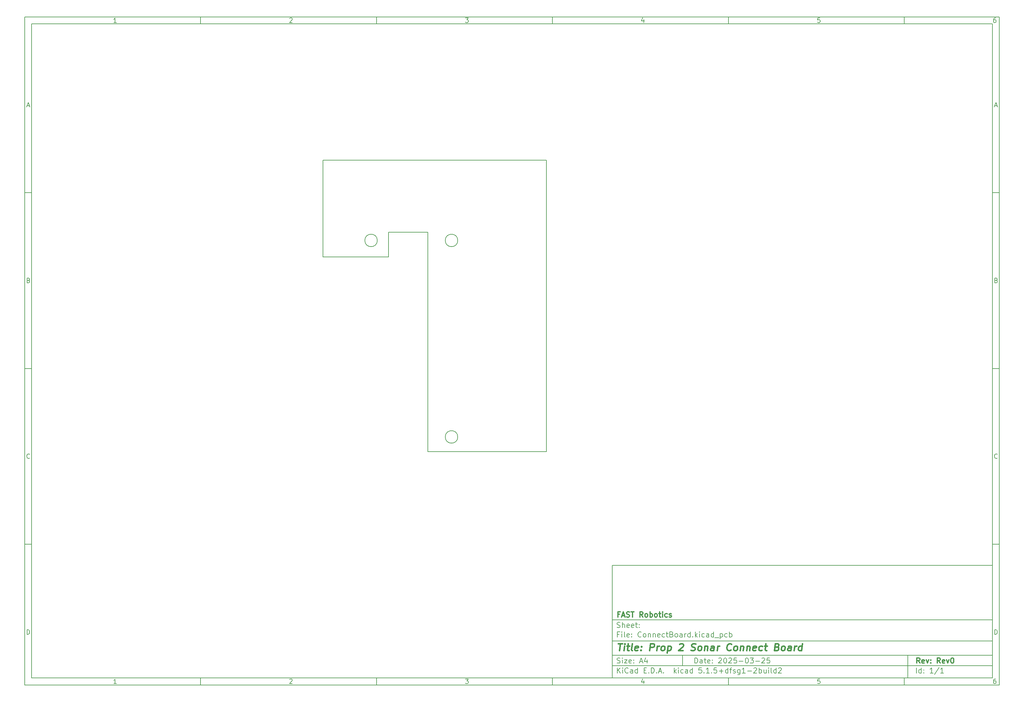
<source format=gbr>
G04 #@! TF.GenerationSoftware,KiCad,Pcbnew,5.1.5+dfsg1-2build2*
G04 #@! TF.CreationDate,2025-03-25T17:45:28-05:00*
G04 #@! TF.ProjectId,ConnectBoard,436f6e6e-6563-4744-926f-6172642e6b69,Rev0*
G04 #@! TF.SameCoordinates,Original*
G04 #@! TF.FileFunction,Profile,NP*
%FSLAX46Y46*%
G04 Gerber Fmt 4.6, Leading zero omitted, Abs format (unit mm)*
G04 Created by KiCad (PCBNEW 5.1.5+dfsg1-2build2) date 2025-03-25 17:45:28*
%MOMM*%
%LPD*%
G04 APERTURE LIST*
%ADD10C,0.100000*%
%ADD11C,0.150000*%
%ADD12C,0.300000*%
%ADD13C,0.400000*%
%ADD14C,0.200000*%
G04 APERTURE END LIST*
D10*
D11*
X177002200Y-166007200D02*
X177002200Y-198007200D01*
X285002200Y-198007200D01*
X285002200Y-166007200D01*
X177002200Y-166007200D01*
D10*
D11*
X10000000Y-10000000D02*
X10000000Y-200007200D01*
X287002200Y-200007200D01*
X287002200Y-10000000D01*
X10000000Y-10000000D01*
D10*
D11*
X12000000Y-12000000D02*
X12000000Y-198007200D01*
X285002200Y-198007200D01*
X285002200Y-12000000D01*
X12000000Y-12000000D01*
D10*
D11*
X60000000Y-12000000D02*
X60000000Y-10000000D01*
D10*
D11*
X110000000Y-12000000D02*
X110000000Y-10000000D01*
D10*
D11*
X160000000Y-12000000D02*
X160000000Y-10000000D01*
D10*
D11*
X210000000Y-12000000D02*
X210000000Y-10000000D01*
D10*
D11*
X260000000Y-12000000D02*
X260000000Y-10000000D01*
D10*
D11*
X36065476Y-11588095D02*
X35322619Y-11588095D01*
X35694047Y-11588095D02*
X35694047Y-10288095D01*
X35570238Y-10473809D01*
X35446428Y-10597619D01*
X35322619Y-10659523D01*
D10*
D11*
X85322619Y-10411904D02*
X85384523Y-10350000D01*
X85508333Y-10288095D01*
X85817857Y-10288095D01*
X85941666Y-10350000D01*
X86003571Y-10411904D01*
X86065476Y-10535714D01*
X86065476Y-10659523D01*
X86003571Y-10845238D01*
X85260714Y-11588095D01*
X86065476Y-11588095D01*
D10*
D11*
X135260714Y-10288095D02*
X136065476Y-10288095D01*
X135632142Y-10783333D01*
X135817857Y-10783333D01*
X135941666Y-10845238D01*
X136003571Y-10907142D01*
X136065476Y-11030952D01*
X136065476Y-11340476D01*
X136003571Y-11464285D01*
X135941666Y-11526190D01*
X135817857Y-11588095D01*
X135446428Y-11588095D01*
X135322619Y-11526190D01*
X135260714Y-11464285D01*
D10*
D11*
X185941666Y-10721428D02*
X185941666Y-11588095D01*
X185632142Y-10226190D02*
X185322619Y-11154761D01*
X186127380Y-11154761D01*
D10*
D11*
X236003571Y-10288095D02*
X235384523Y-10288095D01*
X235322619Y-10907142D01*
X235384523Y-10845238D01*
X235508333Y-10783333D01*
X235817857Y-10783333D01*
X235941666Y-10845238D01*
X236003571Y-10907142D01*
X236065476Y-11030952D01*
X236065476Y-11340476D01*
X236003571Y-11464285D01*
X235941666Y-11526190D01*
X235817857Y-11588095D01*
X235508333Y-11588095D01*
X235384523Y-11526190D01*
X235322619Y-11464285D01*
D10*
D11*
X285941666Y-10288095D02*
X285694047Y-10288095D01*
X285570238Y-10350000D01*
X285508333Y-10411904D01*
X285384523Y-10597619D01*
X285322619Y-10845238D01*
X285322619Y-11340476D01*
X285384523Y-11464285D01*
X285446428Y-11526190D01*
X285570238Y-11588095D01*
X285817857Y-11588095D01*
X285941666Y-11526190D01*
X286003571Y-11464285D01*
X286065476Y-11340476D01*
X286065476Y-11030952D01*
X286003571Y-10907142D01*
X285941666Y-10845238D01*
X285817857Y-10783333D01*
X285570238Y-10783333D01*
X285446428Y-10845238D01*
X285384523Y-10907142D01*
X285322619Y-11030952D01*
D10*
D11*
X60000000Y-198007200D02*
X60000000Y-200007200D01*
D10*
D11*
X110000000Y-198007200D02*
X110000000Y-200007200D01*
D10*
D11*
X160000000Y-198007200D02*
X160000000Y-200007200D01*
D10*
D11*
X210000000Y-198007200D02*
X210000000Y-200007200D01*
D10*
D11*
X260000000Y-198007200D02*
X260000000Y-200007200D01*
D10*
D11*
X36065476Y-199595295D02*
X35322619Y-199595295D01*
X35694047Y-199595295D02*
X35694047Y-198295295D01*
X35570238Y-198481009D01*
X35446428Y-198604819D01*
X35322619Y-198666723D01*
D10*
D11*
X85322619Y-198419104D02*
X85384523Y-198357200D01*
X85508333Y-198295295D01*
X85817857Y-198295295D01*
X85941666Y-198357200D01*
X86003571Y-198419104D01*
X86065476Y-198542914D01*
X86065476Y-198666723D01*
X86003571Y-198852438D01*
X85260714Y-199595295D01*
X86065476Y-199595295D01*
D10*
D11*
X135260714Y-198295295D02*
X136065476Y-198295295D01*
X135632142Y-198790533D01*
X135817857Y-198790533D01*
X135941666Y-198852438D01*
X136003571Y-198914342D01*
X136065476Y-199038152D01*
X136065476Y-199347676D01*
X136003571Y-199471485D01*
X135941666Y-199533390D01*
X135817857Y-199595295D01*
X135446428Y-199595295D01*
X135322619Y-199533390D01*
X135260714Y-199471485D01*
D10*
D11*
X185941666Y-198728628D02*
X185941666Y-199595295D01*
X185632142Y-198233390D02*
X185322619Y-199161961D01*
X186127380Y-199161961D01*
D10*
D11*
X236003571Y-198295295D02*
X235384523Y-198295295D01*
X235322619Y-198914342D01*
X235384523Y-198852438D01*
X235508333Y-198790533D01*
X235817857Y-198790533D01*
X235941666Y-198852438D01*
X236003571Y-198914342D01*
X236065476Y-199038152D01*
X236065476Y-199347676D01*
X236003571Y-199471485D01*
X235941666Y-199533390D01*
X235817857Y-199595295D01*
X235508333Y-199595295D01*
X235384523Y-199533390D01*
X235322619Y-199471485D01*
D10*
D11*
X285941666Y-198295295D02*
X285694047Y-198295295D01*
X285570238Y-198357200D01*
X285508333Y-198419104D01*
X285384523Y-198604819D01*
X285322619Y-198852438D01*
X285322619Y-199347676D01*
X285384523Y-199471485D01*
X285446428Y-199533390D01*
X285570238Y-199595295D01*
X285817857Y-199595295D01*
X285941666Y-199533390D01*
X286003571Y-199471485D01*
X286065476Y-199347676D01*
X286065476Y-199038152D01*
X286003571Y-198914342D01*
X285941666Y-198852438D01*
X285817857Y-198790533D01*
X285570238Y-198790533D01*
X285446428Y-198852438D01*
X285384523Y-198914342D01*
X285322619Y-199038152D01*
D10*
D11*
X10000000Y-60000000D02*
X12000000Y-60000000D01*
D10*
D11*
X10000000Y-110000000D02*
X12000000Y-110000000D01*
D10*
D11*
X10000000Y-160000000D02*
X12000000Y-160000000D01*
D10*
D11*
X10690476Y-35216666D02*
X11309523Y-35216666D01*
X10566666Y-35588095D02*
X11000000Y-34288095D01*
X11433333Y-35588095D01*
D10*
D11*
X11092857Y-84907142D02*
X11278571Y-84969047D01*
X11340476Y-85030952D01*
X11402380Y-85154761D01*
X11402380Y-85340476D01*
X11340476Y-85464285D01*
X11278571Y-85526190D01*
X11154761Y-85588095D01*
X10659523Y-85588095D01*
X10659523Y-84288095D01*
X11092857Y-84288095D01*
X11216666Y-84350000D01*
X11278571Y-84411904D01*
X11340476Y-84535714D01*
X11340476Y-84659523D01*
X11278571Y-84783333D01*
X11216666Y-84845238D01*
X11092857Y-84907142D01*
X10659523Y-84907142D01*
D10*
D11*
X11402380Y-135464285D02*
X11340476Y-135526190D01*
X11154761Y-135588095D01*
X11030952Y-135588095D01*
X10845238Y-135526190D01*
X10721428Y-135402380D01*
X10659523Y-135278571D01*
X10597619Y-135030952D01*
X10597619Y-134845238D01*
X10659523Y-134597619D01*
X10721428Y-134473809D01*
X10845238Y-134350000D01*
X11030952Y-134288095D01*
X11154761Y-134288095D01*
X11340476Y-134350000D01*
X11402380Y-134411904D01*
D10*
D11*
X10659523Y-185588095D02*
X10659523Y-184288095D01*
X10969047Y-184288095D01*
X11154761Y-184350000D01*
X11278571Y-184473809D01*
X11340476Y-184597619D01*
X11402380Y-184845238D01*
X11402380Y-185030952D01*
X11340476Y-185278571D01*
X11278571Y-185402380D01*
X11154761Y-185526190D01*
X10969047Y-185588095D01*
X10659523Y-185588095D01*
D10*
D11*
X287002200Y-60000000D02*
X285002200Y-60000000D01*
D10*
D11*
X287002200Y-110000000D02*
X285002200Y-110000000D01*
D10*
D11*
X287002200Y-160000000D02*
X285002200Y-160000000D01*
D10*
D11*
X285692676Y-35216666D02*
X286311723Y-35216666D01*
X285568866Y-35588095D02*
X286002200Y-34288095D01*
X286435533Y-35588095D01*
D10*
D11*
X286095057Y-84907142D02*
X286280771Y-84969047D01*
X286342676Y-85030952D01*
X286404580Y-85154761D01*
X286404580Y-85340476D01*
X286342676Y-85464285D01*
X286280771Y-85526190D01*
X286156961Y-85588095D01*
X285661723Y-85588095D01*
X285661723Y-84288095D01*
X286095057Y-84288095D01*
X286218866Y-84350000D01*
X286280771Y-84411904D01*
X286342676Y-84535714D01*
X286342676Y-84659523D01*
X286280771Y-84783333D01*
X286218866Y-84845238D01*
X286095057Y-84907142D01*
X285661723Y-84907142D01*
D10*
D11*
X286404580Y-135464285D02*
X286342676Y-135526190D01*
X286156961Y-135588095D01*
X286033152Y-135588095D01*
X285847438Y-135526190D01*
X285723628Y-135402380D01*
X285661723Y-135278571D01*
X285599819Y-135030952D01*
X285599819Y-134845238D01*
X285661723Y-134597619D01*
X285723628Y-134473809D01*
X285847438Y-134350000D01*
X286033152Y-134288095D01*
X286156961Y-134288095D01*
X286342676Y-134350000D01*
X286404580Y-134411904D01*
D10*
D11*
X285661723Y-185588095D02*
X285661723Y-184288095D01*
X285971247Y-184288095D01*
X286156961Y-184350000D01*
X286280771Y-184473809D01*
X286342676Y-184597619D01*
X286404580Y-184845238D01*
X286404580Y-185030952D01*
X286342676Y-185278571D01*
X286280771Y-185402380D01*
X286156961Y-185526190D01*
X285971247Y-185588095D01*
X285661723Y-185588095D01*
D10*
D11*
X200434342Y-193785771D02*
X200434342Y-192285771D01*
X200791485Y-192285771D01*
X201005771Y-192357200D01*
X201148628Y-192500057D01*
X201220057Y-192642914D01*
X201291485Y-192928628D01*
X201291485Y-193142914D01*
X201220057Y-193428628D01*
X201148628Y-193571485D01*
X201005771Y-193714342D01*
X200791485Y-193785771D01*
X200434342Y-193785771D01*
X202577200Y-193785771D02*
X202577200Y-193000057D01*
X202505771Y-192857200D01*
X202362914Y-192785771D01*
X202077200Y-192785771D01*
X201934342Y-192857200D01*
X202577200Y-193714342D02*
X202434342Y-193785771D01*
X202077200Y-193785771D01*
X201934342Y-193714342D01*
X201862914Y-193571485D01*
X201862914Y-193428628D01*
X201934342Y-193285771D01*
X202077200Y-193214342D01*
X202434342Y-193214342D01*
X202577200Y-193142914D01*
X203077200Y-192785771D02*
X203648628Y-192785771D01*
X203291485Y-192285771D02*
X203291485Y-193571485D01*
X203362914Y-193714342D01*
X203505771Y-193785771D01*
X203648628Y-193785771D01*
X204720057Y-193714342D02*
X204577200Y-193785771D01*
X204291485Y-193785771D01*
X204148628Y-193714342D01*
X204077200Y-193571485D01*
X204077200Y-193000057D01*
X204148628Y-192857200D01*
X204291485Y-192785771D01*
X204577200Y-192785771D01*
X204720057Y-192857200D01*
X204791485Y-193000057D01*
X204791485Y-193142914D01*
X204077200Y-193285771D01*
X205434342Y-193642914D02*
X205505771Y-193714342D01*
X205434342Y-193785771D01*
X205362914Y-193714342D01*
X205434342Y-193642914D01*
X205434342Y-193785771D01*
X205434342Y-192857200D02*
X205505771Y-192928628D01*
X205434342Y-193000057D01*
X205362914Y-192928628D01*
X205434342Y-192857200D01*
X205434342Y-193000057D01*
X207220057Y-192428628D02*
X207291485Y-192357200D01*
X207434342Y-192285771D01*
X207791485Y-192285771D01*
X207934342Y-192357200D01*
X208005771Y-192428628D01*
X208077200Y-192571485D01*
X208077200Y-192714342D01*
X208005771Y-192928628D01*
X207148628Y-193785771D01*
X208077200Y-193785771D01*
X209005771Y-192285771D02*
X209148628Y-192285771D01*
X209291485Y-192357200D01*
X209362914Y-192428628D01*
X209434342Y-192571485D01*
X209505771Y-192857200D01*
X209505771Y-193214342D01*
X209434342Y-193500057D01*
X209362914Y-193642914D01*
X209291485Y-193714342D01*
X209148628Y-193785771D01*
X209005771Y-193785771D01*
X208862914Y-193714342D01*
X208791485Y-193642914D01*
X208720057Y-193500057D01*
X208648628Y-193214342D01*
X208648628Y-192857200D01*
X208720057Y-192571485D01*
X208791485Y-192428628D01*
X208862914Y-192357200D01*
X209005771Y-192285771D01*
X210077200Y-192428628D02*
X210148628Y-192357200D01*
X210291485Y-192285771D01*
X210648628Y-192285771D01*
X210791485Y-192357200D01*
X210862914Y-192428628D01*
X210934342Y-192571485D01*
X210934342Y-192714342D01*
X210862914Y-192928628D01*
X210005771Y-193785771D01*
X210934342Y-193785771D01*
X212291485Y-192285771D02*
X211577200Y-192285771D01*
X211505771Y-193000057D01*
X211577200Y-192928628D01*
X211720057Y-192857200D01*
X212077200Y-192857200D01*
X212220057Y-192928628D01*
X212291485Y-193000057D01*
X212362914Y-193142914D01*
X212362914Y-193500057D01*
X212291485Y-193642914D01*
X212220057Y-193714342D01*
X212077200Y-193785771D01*
X211720057Y-193785771D01*
X211577200Y-193714342D01*
X211505771Y-193642914D01*
X213005771Y-193214342D02*
X214148628Y-193214342D01*
X215148628Y-192285771D02*
X215291485Y-192285771D01*
X215434342Y-192357200D01*
X215505771Y-192428628D01*
X215577200Y-192571485D01*
X215648628Y-192857200D01*
X215648628Y-193214342D01*
X215577200Y-193500057D01*
X215505771Y-193642914D01*
X215434342Y-193714342D01*
X215291485Y-193785771D01*
X215148628Y-193785771D01*
X215005771Y-193714342D01*
X214934342Y-193642914D01*
X214862914Y-193500057D01*
X214791485Y-193214342D01*
X214791485Y-192857200D01*
X214862914Y-192571485D01*
X214934342Y-192428628D01*
X215005771Y-192357200D01*
X215148628Y-192285771D01*
X216148628Y-192285771D02*
X217077200Y-192285771D01*
X216577200Y-192857200D01*
X216791485Y-192857200D01*
X216934342Y-192928628D01*
X217005771Y-193000057D01*
X217077200Y-193142914D01*
X217077200Y-193500057D01*
X217005771Y-193642914D01*
X216934342Y-193714342D01*
X216791485Y-193785771D01*
X216362914Y-193785771D01*
X216220057Y-193714342D01*
X216148628Y-193642914D01*
X217720057Y-193214342D02*
X218862914Y-193214342D01*
X219505771Y-192428628D02*
X219577200Y-192357200D01*
X219720057Y-192285771D01*
X220077200Y-192285771D01*
X220220057Y-192357200D01*
X220291485Y-192428628D01*
X220362914Y-192571485D01*
X220362914Y-192714342D01*
X220291485Y-192928628D01*
X219434342Y-193785771D01*
X220362914Y-193785771D01*
X221720057Y-192285771D02*
X221005771Y-192285771D01*
X220934342Y-193000057D01*
X221005771Y-192928628D01*
X221148628Y-192857200D01*
X221505771Y-192857200D01*
X221648628Y-192928628D01*
X221720057Y-193000057D01*
X221791485Y-193142914D01*
X221791485Y-193500057D01*
X221720057Y-193642914D01*
X221648628Y-193714342D01*
X221505771Y-193785771D01*
X221148628Y-193785771D01*
X221005771Y-193714342D01*
X220934342Y-193642914D01*
D10*
D11*
X177002200Y-194507200D02*
X285002200Y-194507200D01*
D10*
D11*
X178434342Y-196585771D02*
X178434342Y-195085771D01*
X179291485Y-196585771D02*
X178648628Y-195728628D01*
X179291485Y-195085771D02*
X178434342Y-195942914D01*
X179934342Y-196585771D02*
X179934342Y-195585771D01*
X179934342Y-195085771D02*
X179862914Y-195157200D01*
X179934342Y-195228628D01*
X180005771Y-195157200D01*
X179934342Y-195085771D01*
X179934342Y-195228628D01*
X181505771Y-196442914D02*
X181434342Y-196514342D01*
X181220057Y-196585771D01*
X181077200Y-196585771D01*
X180862914Y-196514342D01*
X180720057Y-196371485D01*
X180648628Y-196228628D01*
X180577200Y-195942914D01*
X180577200Y-195728628D01*
X180648628Y-195442914D01*
X180720057Y-195300057D01*
X180862914Y-195157200D01*
X181077200Y-195085771D01*
X181220057Y-195085771D01*
X181434342Y-195157200D01*
X181505771Y-195228628D01*
X182791485Y-196585771D02*
X182791485Y-195800057D01*
X182720057Y-195657200D01*
X182577200Y-195585771D01*
X182291485Y-195585771D01*
X182148628Y-195657200D01*
X182791485Y-196514342D02*
X182648628Y-196585771D01*
X182291485Y-196585771D01*
X182148628Y-196514342D01*
X182077200Y-196371485D01*
X182077200Y-196228628D01*
X182148628Y-196085771D01*
X182291485Y-196014342D01*
X182648628Y-196014342D01*
X182791485Y-195942914D01*
X184148628Y-196585771D02*
X184148628Y-195085771D01*
X184148628Y-196514342D02*
X184005771Y-196585771D01*
X183720057Y-196585771D01*
X183577200Y-196514342D01*
X183505771Y-196442914D01*
X183434342Y-196300057D01*
X183434342Y-195871485D01*
X183505771Y-195728628D01*
X183577200Y-195657200D01*
X183720057Y-195585771D01*
X184005771Y-195585771D01*
X184148628Y-195657200D01*
X186005771Y-195800057D02*
X186505771Y-195800057D01*
X186720057Y-196585771D02*
X186005771Y-196585771D01*
X186005771Y-195085771D01*
X186720057Y-195085771D01*
X187362914Y-196442914D02*
X187434342Y-196514342D01*
X187362914Y-196585771D01*
X187291485Y-196514342D01*
X187362914Y-196442914D01*
X187362914Y-196585771D01*
X188077200Y-196585771D02*
X188077200Y-195085771D01*
X188434342Y-195085771D01*
X188648628Y-195157200D01*
X188791485Y-195300057D01*
X188862914Y-195442914D01*
X188934342Y-195728628D01*
X188934342Y-195942914D01*
X188862914Y-196228628D01*
X188791485Y-196371485D01*
X188648628Y-196514342D01*
X188434342Y-196585771D01*
X188077200Y-196585771D01*
X189577200Y-196442914D02*
X189648628Y-196514342D01*
X189577200Y-196585771D01*
X189505771Y-196514342D01*
X189577200Y-196442914D01*
X189577200Y-196585771D01*
X190220057Y-196157200D02*
X190934342Y-196157200D01*
X190077200Y-196585771D02*
X190577200Y-195085771D01*
X191077200Y-196585771D01*
X191577200Y-196442914D02*
X191648628Y-196514342D01*
X191577200Y-196585771D01*
X191505771Y-196514342D01*
X191577200Y-196442914D01*
X191577200Y-196585771D01*
X194577200Y-196585771D02*
X194577200Y-195085771D01*
X194720057Y-196014342D02*
X195148628Y-196585771D01*
X195148628Y-195585771D02*
X194577200Y-196157200D01*
X195791485Y-196585771D02*
X195791485Y-195585771D01*
X195791485Y-195085771D02*
X195720057Y-195157200D01*
X195791485Y-195228628D01*
X195862914Y-195157200D01*
X195791485Y-195085771D01*
X195791485Y-195228628D01*
X197148628Y-196514342D02*
X197005771Y-196585771D01*
X196720057Y-196585771D01*
X196577200Y-196514342D01*
X196505771Y-196442914D01*
X196434342Y-196300057D01*
X196434342Y-195871485D01*
X196505771Y-195728628D01*
X196577200Y-195657200D01*
X196720057Y-195585771D01*
X197005771Y-195585771D01*
X197148628Y-195657200D01*
X198434342Y-196585771D02*
X198434342Y-195800057D01*
X198362914Y-195657200D01*
X198220057Y-195585771D01*
X197934342Y-195585771D01*
X197791485Y-195657200D01*
X198434342Y-196514342D02*
X198291485Y-196585771D01*
X197934342Y-196585771D01*
X197791485Y-196514342D01*
X197720057Y-196371485D01*
X197720057Y-196228628D01*
X197791485Y-196085771D01*
X197934342Y-196014342D01*
X198291485Y-196014342D01*
X198434342Y-195942914D01*
X199791485Y-196585771D02*
X199791485Y-195085771D01*
X199791485Y-196514342D02*
X199648628Y-196585771D01*
X199362914Y-196585771D01*
X199220057Y-196514342D01*
X199148628Y-196442914D01*
X199077200Y-196300057D01*
X199077200Y-195871485D01*
X199148628Y-195728628D01*
X199220057Y-195657200D01*
X199362914Y-195585771D01*
X199648628Y-195585771D01*
X199791485Y-195657200D01*
X202362914Y-195085771D02*
X201648628Y-195085771D01*
X201577200Y-195800057D01*
X201648628Y-195728628D01*
X201791485Y-195657200D01*
X202148628Y-195657200D01*
X202291485Y-195728628D01*
X202362914Y-195800057D01*
X202434342Y-195942914D01*
X202434342Y-196300057D01*
X202362914Y-196442914D01*
X202291485Y-196514342D01*
X202148628Y-196585771D01*
X201791485Y-196585771D01*
X201648628Y-196514342D01*
X201577200Y-196442914D01*
X203077200Y-196442914D02*
X203148628Y-196514342D01*
X203077200Y-196585771D01*
X203005771Y-196514342D01*
X203077200Y-196442914D01*
X203077200Y-196585771D01*
X204577200Y-196585771D02*
X203720057Y-196585771D01*
X204148628Y-196585771D02*
X204148628Y-195085771D01*
X204005771Y-195300057D01*
X203862914Y-195442914D01*
X203720057Y-195514342D01*
X205220057Y-196442914D02*
X205291485Y-196514342D01*
X205220057Y-196585771D01*
X205148628Y-196514342D01*
X205220057Y-196442914D01*
X205220057Y-196585771D01*
X206648628Y-195085771D02*
X205934342Y-195085771D01*
X205862914Y-195800057D01*
X205934342Y-195728628D01*
X206077200Y-195657200D01*
X206434342Y-195657200D01*
X206577200Y-195728628D01*
X206648628Y-195800057D01*
X206720057Y-195942914D01*
X206720057Y-196300057D01*
X206648628Y-196442914D01*
X206577200Y-196514342D01*
X206434342Y-196585771D01*
X206077200Y-196585771D01*
X205934342Y-196514342D01*
X205862914Y-196442914D01*
X207362914Y-196014342D02*
X208505771Y-196014342D01*
X207934342Y-196585771D02*
X207934342Y-195442914D01*
X209862914Y-196585771D02*
X209862914Y-195085771D01*
X209862914Y-196514342D02*
X209720057Y-196585771D01*
X209434342Y-196585771D01*
X209291485Y-196514342D01*
X209220057Y-196442914D01*
X209148628Y-196300057D01*
X209148628Y-195871485D01*
X209220057Y-195728628D01*
X209291485Y-195657200D01*
X209434342Y-195585771D01*
X209720057Y-195585771D01*
X209862914Y-195657200D01*
X210362914Y-195585771D02*
X210934342Y-195585771D01*
X210577200Y-196585771D02*
X210577200Y-195300057D01*
X210648628Y-195157200D01*
X210791485Y-195085771D01*
X210934342Y-195085771D01*
X211362914Y-196514342D02*
X211505771Y-196585771D01*
X211791485Y-196585771D01*
X211934342Y-196514342D01*
X212005771Y-196371485D01*
X212005771Y-196300057D01*
X211934342Y-196157200D01*
X211791485Y-196085771D01*
X211577200Y-196085771D01*
X211434342Y-196014342D01*
X211362914Y-195871485D01*
X211362914Y-195800057D01*
X211434342Y-195657200D01*
X211577200Y-195585771D01*
X211791485Y-195585771D01*
X211934342Y-195657200D01*
X213291485Y-195585771D02*
X213291485Y-196800057D01*
X213220057Y-196942914D01*
X213148628Y-197014342D01*
X213005771Y-197085771D01*
X212791485Y-197085771D01*
X212648628Y-197014342D01*
X213291485Y-196514342D02*
X213148628Y-196585771D01*
X212862914Y-196585771D01*
X212720057Y-196514342D01*
X212648628Y-196442914D01*
X212577200Y-196300057D01*
X212577200Y-195871485D01*
X212648628Y-195728628D01*
X212720057Y-195657200D01*
X212862914Y-195585771D01*
X213148628Y-195585771D01*
X213291485Y-195657200D01*
X214791485Y-196585771D02*
X213934342Y-196585771D01*
X214362914Y-196585771D02*
X214362914Y-195085771D01*
X214220057Y-195300057D01*
X214077200Y-195442914D01*
X213934342Y-195514342D01*
X215434342Y-196014342D02*
X216577200Y-196014342D01*
X217220057Y-195228628D02*
X217291485Y-195157200D01*
X217434342Y-195085771D01*
X217791485Y-195085771D01*
X217934342Y-195157200D01*
X218005771Y-195228628D01*
X218077200Y-195371485D01*
X218077200Y-195514342D01*
X218005771Y-195728628D01*
X217148628Y-196585771D01*
X218077200Y-196585771D01*
X218720057Y-196585771D02*
X218720057Y-195085771D01*
X218720057Y-195657200D02*
X218862914Y-195585771D01*
X219148628Y-195585771D01*
X219291485Y-195657200D01*
X219362914Y-195728628D01*
X219434342Y-195871485D01*
X219434342Y-196300057D01*
X219362914Y-196442914D01*
X219291485Y-196514342D01*
X219148628Y-196585771D01*
X218862914Y-196585771D01*
X218720057Y-196514342D01*
X220720057Y-195585771D02*
X220720057Y-196585771D01*
X220077200Y-195585771D02*
X220077200Y-196371485D01*
X220148628Y-196514342D01*
X220291485Y-196585771D01*
X220505771Y-196585771D01*
X220648628Y-196514342D01*
X220720057Y-196442914D01*
X221434342Y-196585771D02*
X221434342Y-195585771D01*
X221434342Y-195085771D02*
X221362914Y-195157200D01*
X221434342Y-195228628D01*
X221505771Y-195157200D01*
X221434342Y-195085771D01*
X221434342Y-195228628D01*
X222362914Y-196585771D02*
X222220057Y-196514342D01*
X222148628Y-196371485D01*
X222148628Y-195085771D01*
X223577200Y-196585771D02*
X223577200Y-195085771D01*
X223577200Y-196514342D02*
X223434342Y-196585771D01*
X223148628Y-196585771D01*
X223005771Y-196514342D01*
X222934342Y-196442914D01*
X222862914Y-196300057D01*
X222862914Y-195871485D01*
X222934342Y-195728628D01*
X223005771Y-195657200D01*
X223148628Y-195585771D01*
X223434342Y-195585771D01*
X223577200Y-195657200D01*
X224220057Y-195228628D02*
X224291485Y-195157200D01*
X224434342Y-195085771D01*
X224791485Y-195085771D01*
X224934342Y-195157200D01*
X225005771Y-195228628D01*
X225077200Y-195371485D01*
X225077200Y-195514342D01*
X225005771Y-195728628D01*
X224148628Y-196585771D01*
X225077200Y-196585771D01*
D10*
D11*
X177002200Y-191507200D02*
X285002200Y-191507200D01*
D10*
D12*
X264411485Y-193785771D02*
X263911485Y-193071485D01*
X263554342Y-193785771D02*
X263554342Y-192285771D01*
X264125771Y-192285771D01*
X264268628Y-192357200D01*
X264340057Y-192428628D01*
X264411485Y-192571485D01*
X264411485Y-192785771D01*
X264340057Y-192928628D01*
X264268628Y-193000057D01*
X264125771Y-193071485D01*
X263554342Y-193071485D01*
X265625771Y-193714342D02*
X265482914Y-193785771D01*
X265197200Y-193785771D01*
X265054342Y-193714342D01*
X264982914Y-193571485D01*
X264982914Y-193000057D01*
X265054342Y-192857200D01*
X265197200Y-192785771D01*
X265482914Y-192785771D01*
X265625771Y-192857200D01*
X265697200Y-193000057D01*
X265697200Y-193142914D01*
X264982914Y-193285771D01*
X266197200Y-192785771D02*
X266554342Y-193785771D01*
X266911485Y-192785771D01*
X267482914Y-193642914D02*
X267554342Y-193714342D01*
X267482914Y-193785771D01*
X267411485Y-193714342D01*
X267482914Y-193642914D01*
X267482914Y-193785771D01*
X267482914Y-192857200D02*
X267554342Y-192928628D01*
X267482914Y-193000057D01*
X267411485Y-192928628D01*
X267482914Y-192857200D01*
X267482914Y-193000057D01*
X270197200Y-193785771D02*
X269697200Y-193071485D01*
X269340057Y-193785771D02*
X269340057Y-192285771D01*
X269911485Y-192285771D01*
X270054342Y-192357200D01*
X270125771Y-192428628D01*
X270197200Y-192571485D01*
X270197200Y-192785771D01*
X270125771Y-192928628D01*
X270054342Y-193000057D01*
X269911485Y-193071485D01*
X269340057Y-193071485D01*
X271411485Y-193714342D02*
X271268628Y-193785771D01*
X270982914Y-193785771D01*
X270840057Y-193714342D01*
X270768628Y-193571485D01*
X270768628Y-193000057D01*
X270840057Y-192857200D01*
X270982914Y-192785771D01*
X271268628Y-192785771D01*
X271411485Y-192857200D01*
X271482914Y-193000057D01*
X271482914Y-193142914D01*
X270768628Y-193285771D01*
X271982914Y-192785771D02*
X272340057Y-193785771D01*
X272697200Y-192785771D01*
X273554342Y-192285771D02*
X273697200Y-192285771D01*
X273840057Y-192357200D01*
X273911485Y-192428628D01*
X273982914Y-192571485D01*
X274054342Y-192857200D01*
X274054342Y-193214342D01*
X273982914Y-193500057D01*
X273911485Y-193642914D01*
X273840057Y-193714342D01*
X273697200Y-193785771D01*
X273554342Y-193785771D01*
X273411485Y-193714342D01*
X273340057Y-193642914D01*
X273268628Y-193500057D01*
X273197200Y-193214342D01*
X273197200Y-192857200D01*
X273268628Y-192571485D01*
X273340057Y-192428628D01*
X273411485Y-192357200D01*
X273554342Y-192285771D01*
D10*
D11*
X178362914Y-193714342D02*
X178577200Y-193785771D01*
X178934342Y-193785771D01*
X179077200Y-193714342D01*
X179148628Y-193642914D01*
X179220057Y-193500057D01*
X179220057Y-193357200D01*
X179148628Y-193214342D01*
X179077200Y-193142914D01*
X178934342Y-193071485D01*
X178648628Y-193000057D01*
X178505771Y-192928628D01*
X178434342Y-192857200D01*
X178362914Y-192714342D01*
X178362914Y-192571485D01*
X178434342Y-192428628D01*
X178505771Y-192357200D01*
X178648628Y-192285771D01*
X179005771Y-192285771D01*
X179220057Y-192357200D01*
X179862914Y-193785771D02*
X179862914Y-192785771D01*
X179862914Y-192285771D02*
X179791485Y-192357200D01*
X179862914Y-192428628D01*
X179934342Y-192357200D01*
X179862914Y-192285771D01*
X179862914Y-192428628D01*
X180434342Y-192785771D02*
X181220057Y-192785771D01*
X180434342Y-193785771D01*
X181220057Y-193785771D01*
X182362914Y-193714342D02*
X182220057Y-193785771D01*
X181934342Y-193785771D01*
X181791485Y-193714342D01*
X181720057Y-193571485D01*
X181720057Y-193000057D01*
X181791485Y-192857200D01*
X181934342Y-192785771D01*
X182220057Y-192785771D01*
X182362914Y-192857200D01*
X182434342Y-193000057D01*
X182434342Y-193142914D01*
X181720057Y-193285771D01*
X183077200Y-193642914D02*
X183148628Y-193714342D01*
X183077200Y-193785771D01*
X183005771Y-193714342D01*
X183077200Y-193642914D01*
X183077200Y-193785771D01*
X183077200Y-192857200D02*
X183148628Y-192928628D01*
X183077200Y-193000057D01*
X183005771Y-192928628D01*
X183077200Y-192857200D01*
X183077200Y-193000057D01*
X184862914Y-193357200D02*
X185577200Y-193357200D01*
X184720057Y-193785771D02*
X185220057Y-192285771D01*
X185720057Y-193785771D01*
X186862914Y-192785771D02*
X186862914Y-193785771D01*
X186505771Y-192214342D02*
X186148628Y-193285771D01*
X187077200Y-193285771D01*
D10*
D11*
X263434342Y-196585771D02*
X263434342Y-195085771D01*
X264791485Y-196585771D02*
X264791485Y-195085771D01*
X264791485Y-196514342D02*
X264648628Y-196585771D01*
X264362914Y-196585771D01*
X264220057Y-196514342D01*
X264148628Y-196442914D01*
X264077200Y-196300057D01*
X264077200Y-195871485D01*
X264148628Y-195728628D01*
X264220057Y-195657200D01*
X264362914Y-195585771D01*
X264648628Y-195585771D01*
X264791485Y-195657200D01*
X265505771Y-196442914D02*
X265577200Y-196514342D01*
X265505771Y-196585771D01*
X265434342Y-196514342D01*
X265505771Y-196442914D01*
X265505771Y-196585771D01*
X265505771Y-195657200D02*
X265577200Y-195728628D01*
X265505771Y-195800057D01*
X265434342Y-195728628D01*
X265505771Y-195657200D01*
X265505771Y-195800057D01*
X268148628Y-196585771D02*
X267291485Y-196585771D01*
X267720057Y-196585771D02*
X267720057Y-195085771D01*
X267577200Y-195300057D01*
X267434342Y-195442914D01*
X267291485Y-195514342D01*
X269862914Y-195014342D02*
X268577200Y-196942914D01*
X271148628Y-196585771D02*
X270291485Y-196585771D01*
X270720057Y-196585771D02*
X270720057Y-195085771D01*
X270577200Y-195300057D01*
X270434342Y-195442914D01*
X270291485Y-195514342D01*
D10*
D11*
X177002200Y-187507200D02*
X285002200Y-187507200D01*
D10*
D13*
X178714580Y-188211961D02*
X179857438Y-188211961D01*
X179036009Y-190211961D02*
X179286009Y-188211961D01*
X180274104Y-190211961D02*
X180440771Y-188878628D01*
X180524104Y-188211961D02*
X180416961Y-188307200D01*
X180500295Y-188402438D01*
X180607438Y-188307200D01*
X180524104Y-188211961D01*
X180500295Y-188402438D01*
X181107438Y-188878628D02*
X181869342Y-188878628D01*
X181476485Y-188211961D02*
X181262200Y-189926247D01*
X181333628Y-190116723D01*
X181512200Y-190211961D01*
X181702676Y-190211961D01*
X182655057Y-190211961D02*
X182476485Y-190116723D01*
X182405057Y-189926247D01*
X182619342Y-188211961D01*
X184190771Y-190116723D02*
X183988390Y-190211961D01*
X183607438Y-190211961D01*
X183428866Y-190116723D01*
X183357438Y-189926247D01*
X183452676Y-189164342D01*
X183571723Y-188973866D01*
X183774104Y-188878628D01*
X184155057Y-188878628D01*
X184333628Y-188973866D01*
X184405057Y-189164342D01*
X184381247Y-189354819D01*
X183405057Y-189545295D01*
X185155057Y-190021485D02*
X185238390Y-190116723D01*
X185131247Y-190211961D01*
X185047914Y-190116723D01*
X185155057Y-190021485D01*
X185131247Y-190211961D01*
X185286009Y-188973866D02*
X185369342Y-189069104D01*
X185262200Y-189164342D01*
X185178866Y-189069104D01*
X185286009Y-188973866D01*
X185262200Y-189164342D01*
X187607438Y-190211961D02*
X187857438Y-188211961D01*
X188619342Y-188211961D01*
X188797914Y-188307200D01*
X188881247Y-188402438D01*
X188952676Y-188592914D01*
X188916961Y-188878628D01*
X188797914Y-189069104D01*
X188690771Y-189164342D01*
X188488390Y-189259580D01*
X187726485Y-189259580D01*
X189607438Y-190211961D02*
X189774104Y-188878628D01*
X189726485Y-189259580D02*
X189845533Y-189069104D01*
X189952676Y-188973866D01*
X190155057Y-188878628D01*
X190345533Y-188878628D01*
X191131247Y-190211961D02*
X190952676Y-190116723D01*
X190869342Y-190021485D01*
X190797914Y-189831009D01*
X190869342Y-189259580D01*
X190988390Y-189069104D01*
X191095533Y-188973866D01*
X191297914Y-188878628D01*
X191583628Y-188878628D01*
X191762200Y-188973866D01*
X191845533Y-189069104D01*
X191916961Y-189259580D01*
X191845533Y-189831009D01*
X191726485Y-190021485D01*
X191619342Y-190116723D01*
X191416961Y-190211961D01*
X191131247Y-190211961D01*
X192821723Y-188878628D02*
X192571723Y-190878628D01*
X192809819Y-188973866D02*
X193012200Y-188878628D01*
X193393152Y-188878628D01*
X193571723Y-188973866D01*
X193655057Y-189069104D01*
X193726485Y-189259580D01*
X193655057Y-189831009D01*
X193536009Y-190021485D01*
X193428866Y-190116723D01*
X193226485Y-190211961D01*
X192845533Y-190211961D01*
X192666961Y-190116723D01*
X196119342Y-188402438D02*
X196226485Y-188307200D01*
X196428866Y-188211961D01*
X196905057Y-188211961D01*
X197083628Y-188307200D01*
X197166961Y-188402438D01*
X197238390Y-188592914D01*
X197214580Y-188783390D01*
X197083628Y-189069104D01*
X195797914Y-190211961D01*
X197036009Y-190211961D01*
X199333628Y-190116723D02*
X199607438Y-190211961D01*
X200083628Y-190211961D01*
X200286009Y-190116723D01*
X200393152Y-190021485D01*
X200512200Y-189831009D01*
X200536009Y-189640533D01*
X200464580Y-189450057D01*
X200381247Y-189354819D01*
X200202676Y-189259580D01*
X199833628Y-189164342D01*
X199655057Y-189069104D01*
X199571723Y-188973866D01*
X199500295Y-188783390D01*
X199524104Y-188592914D01*
X199643152Y-188402438D01*
X199750295Y-188307200D01*
X199952676Y-188211961D01*
X200428866Y-188211961D01*
X200702676Y-188307200D01*
X201607438Y-190211961D02*
X201428866Y-190116723D01*
X201345533Y-190021485D01*
X201274104Y-189831009D01*
X201345533Y-189259580D01*
X201464580Y-189069104D01*
X201571723Y-188973866D01*
X201774104Y-188878628D01*
X202059819Y-188878628D01*
X202238390Y-188973866D01*
X202321723Y-189069104D01*
X202393152Y-189259580D01*
X202321723Y-189831009D01*
X202202676Y-190021485D01*
X202095533Y-190116723D01*
X201893152Y-190211961D01*
X201607438Y-190211961D01*
X203297914Y-188878628D02*
X203131247Y-190211961D01*
X203274104Y-189069104D02*
X203381247Y-188973866D01*
X203583628Y-188878628D01*
X203869342Y-188878628D01*
X204047914Y-188973866D01*
X204119342Y-189164342D01*
X203988390Y-190211961D01*
X205797914Y-190211961D02*
X205928866Y-189164342D01*
X205857438Y-188973866D01*
X205678866Y-188878628D01*
X205297914Y-188878628D01*
X205095533Y-188973866D01*
X205809819Y-190116723D02*
X205607438Y-190211961D01*
X205131247Y-190211961D01*
X204952676Y-190116723D01*
X204881247Y-189926247D01*
X204905057Y-189735771D01*
X205024104Y-189545295D01*
X205226485Y-189450057D01*
X205702676Y-189450057D01*
X205905057Y-189354819D01*
X206750295Y-190211961D02*
X206916961Y-188878628D01*
X206869342Y-189259580D02*
X206988390Y-189069104D01*
X207095533Y-188973866D01*
X207297914Y-188878628D01*
X207488390Y-188878628D01*
X210678866Y-190021485D02*
X210571723Y-190116723D01*
X210274104Y-190211961D01*
X210083628Y-190211961D01*
X209809819Y-190116723D01*
X209643152Y-189926247D01*
X209571723Y-189735771D01*
X209524104Y-189354819D01*
X209559819Y-189069104D01*
X209702676Y-188688152D01*
X209821723Y-188497676D01*
X210036009Y-188307200D01*
X210333628Y-188211961D01*
X210524104Y-188211961D01*
X210797914Y-188307200D01*
X210881247Y-188402438D01*
X211797914Y-190211961D02*
X211619342Y-190116723D01*
X211536009Y-190021485D01*
X211464580Y-189831009D01*
X211536009Y-189259580D01*
X211655057Y-189069104D01*
X211762200Y-188973866D01*
X211964580Y-188878628D01*
X212250295Y-188878628D01*
X212428866Y-188973866D01*
X212512200Y-189069104D01*
X212583628Y-189259580D01*
X212512200Y-189831009D01*
X212393152Y-190021485D01*
X212286009Y-190116723D01*
X212083628Y-190211961D01*
X211797914Y-190211961D01*
X213488390Y-188878628D02*
X213321723Y-190211961D01*
X213464580Y-189069104D02*
X213571723Y-188973866D01*
X213774104Y-188878628D01*
X214059819Y-188878628D01*
X214238390Y-188973866D01*
X214309819Y-189164342D01*
X214178866Y-190211961D01*
X215297914Y-188878628D02*
X215131247Y-190211961D01*
X215274104Y-189069104D02*
X215381247Y-188973866D01*
X215583628Y-188878628D01*
X215869342Y-188878628D01*
X216047914Y-188973866D01*
X216119342Y-189164342D01*
X215988390Y-190211961D01*
X217714580Y-190116723D02*
X217512200Y-190211961D01*
X217131247Y-190211961D01*
X216952676Y-190116723D01*
X216881247Y-189926247D01*
X216976485Y-189164342D01*
X217095533Y-188973866D01*
X217297914Y-188878628D01*
X217678866Y-188878628D01*
X217857438Y-188973866D01*
X217928866Y-189164342D01*
X217905057Y-189354819D01*
X216928866Y-189545295D01*
X219524104Y-190116723D02*
X219321723Y-190211961D01*
X218940771Y-190211961D01*
X218762200Y-190116723D01*
X218678866Y-190021485D01*
X218607438Y-189831009D01*
X218678866Y-189259580D01*
X218797914Y-189069104D01*
X218905057Y-188973866D01*
X219107438Y-188878628D01*
X219488390Y-188878628D01*
X219666961Y-188973866D01*
X220250295Y-188878628D02*
X221012200Y-188878628D01*
X220619342Y-188211961D02*
X220405057Y-189926247D01*
X220476485Y-190116723D01*
X220655057Y-190211961D01*
X220845533Y-190211961D01*
X223833628Y-189164342D02*
X224107438Y-189259580D01*
X224190771Y-189354819D01*
X224262200Y-189545295D01*
X224226485Y-189831009D01*
X224107438Y-190021485D01*
X224000295Y-190116723D01*
X223797914Y-190211961D01*
X223036009Y-190211961D01*
X223286009Y-188211961D01*
X223952676Y-188211961D01*
X224131247Y-188307200D01*
X224214580Y-188402438D01*
X224286009Y-188592914D01*
X224262200Y-188783390D01*
X224143152Y-188973866D01*
X224036009Y-189069104D01*
X223833628Y-189164342D01*
X223166961Y-189164342D01*
X225321723Y-190211961D02*
X225143152Y-190116723D01*
X225059819Y-190021485D01*
X224988390Y-189831009D01*
X225059819Y-189259580D01*
X225178866Y-189069104D01*
X225286009Y-188973866D01*
X225488390Y-188878628D01*
X225774104Y-188878628D01*
X225952676Y-188973866D01*
X226036009Y-189069104D01*
X226107438Y-189259580D01*
X226036009Y-189831009D01*
X225916961Y-190021485D01*
X225809819Y-190116723D01*
X225607438Y-190211961D01*
X225321723Y-190211961D01*
X227702676Y-190211961D02*
X227833628Y-189164342D01*
X227762200Y-188973866D01*
X227583628Y-188878628D01*
X227202676Y-188878628D01*
X227000295Y-188973866D01*
X227714580Y-190116723D02*
X227512200Y-190211961D01*
X227036009Y-190211961D01*
X226857438Y-190116723D01*
X226786009Y-189926247D01*
X226809819Y-189735771D01*
X226928866Y-189545295D01*
X227131247Y-189450057D01*
X227607438Y-189450057D01*
X227809819Y-189354819D01*
X228655057Y-190211961D02*
X228821723Y-188878628D01*
X228774104Y-189259580D02*
X228893152Y-189069104D01*
X229000295Y-188973866D01*
X229202676Y-188878628D01*
X229393152Y-188878628D01*
X230750295Y-190211961D02*
X231000295Y-188211961D01*
X230762200Y-190116723D02*
X230559819Y-190211961D01*
X230178866Y-190211961D01*
X230000295Y-190116723D01*
X229916961Y-190021485D01*
X229845533Y-189831009D01*
X229916961Y-189259580D01*
X230036009Y-189069104D01*
X230143152Y-188973866D01*
X230345533Y-188878628D01*
X230726485Y-188878628D01*
X230905057Y-188973866D01*
D10*
D11*
X178934342Y-185600057D02*
X178434342Y-185600057D01*
X178434342Y-186385771D02*
X178434342Y-184885771D01*
X179148628Y-184885771D01*
X179720057Y-186385771D02*
X179720057Y-185385771D01*
X179720057Y-184885771D02*
X179648628Y-184957200D01*
X179720057Y-185028628D01*
X179791485Y-184957200D01*
X179720057Y-184885771D01*
X179720057Y-185028628D01*
X180648628Y-186385771D02*
X180505771Y-186314342D01*
X180434342Y-186171485D01*
X180434342Y-184885771D01*
X181791485Y-186314342D02*
X181648628Y-186385771D01*
X181362914Y-186385771D01*
X181220057Y-186314342D01*
X181148628Y-186171485D01*
X181148628Y-185600057D01*
X181220057Y-185457200D01*
X181362914Y-185385771D01*
X181648628Y-185385771D01*
X181791485Y-185457200D01*
X181862914Y-185600057D01*
X181862914Y-185742914D01*
X181148628Y-185885771D01*
X182505771Y-186242914D02*
X182577200Y-186314342D01*
X182505771Y-186385771D01*
X182434342Y-186314342D01*
X182505771Y-186242914D01*
X182505771Y-186385771D01*
X182505771Y-185457200D02*
X182577200Y-185528628D01*
X182505771Y-185600057D01*
X182434342Y-185528628D01*
X182505771Y-185457200D01*
X182505771Y-185600057D01*
X185220057Y-186242914D02*
X185148628Y-186314342D01*
X184934342Y-186385771D01*
X184791485Y-186385771D01*
X184577200Y-186314342D01*
X184434342Y-186171485D01*
X184362914Y-186028628D01*
X184291485Y-185742914D01*
X184291485Y-185528628D01*
X184362914Y-185242914D01*
X184434342Y-185100057D01*
X184577200Y-184957200D01*
X184791485Y-184885771D01*
X184934342Y-184885771D01*
X185148628Y-184957200D01*
X185220057Y-185028628D01*
X186077200Y-186385771D02*
X185934342Y-186314342D01*
X185862914Y-186242914D01*
X185791485Y-186100057D01*
X185791485Y-185671485D01*
X185862914Y-185528628D01*
X185934342Y-185457200D01*
X186077200Y-185385771D01*
X186291485Y-185385771D01*
X186434342Y-185457200D01*
X186505771Y-185528628D01*
X186577200Y-185671485D01*
X186577200Y-186100057D01*
X186505771Y-186242914D01*
X186434342Y-186314342D01*
X186291485Y-186385771D01*
X186077200Y-186385771D01*
X187220057Y-185385771D02*
X187220057Y-186385771D01*
X187220057Y-185528628D02*
X187291485Y-185457200D01*
X187434342Y-185385771D01*
X187648628Y-185385771D01*
X187791485Y-185457200D01*
X187862914Y-185600057D01*
X187862914Y-186385771D01*
X188577200Y-185385771D02*
X188577200Y-186385771D01*
X188577200Y-185528628D02*
X188648628Y-185457200D01*
X188791485Y-185385771D01*
X189005771Y-185385771D01*
X189148628Y-185457200D01*
X189220057Y-185600057D01*
X189220057Y-186385771D01*
X190505771Y-186314342D02*
X190362914Y-186385771D01*
X190077200Y-186385771D01*
X189934342Y-186314342D01*
X189862914Y-186171485D01*
X189862914Y-185600057D01*
X189934342Y-185457200D01*
X190077200Y-185385771D01*
X190362914Y-185385771D01*
X190505771Y-185457200D01*
X190577200Y-185600057D01*
X190577200Y-185742914D01*
X189862914Y-185885771D01*
X191862914Y-186314342D02*
X191720057Y-186385771D01*
X191434342Y-186385771D01*
X191291485Y-186314342D01*
X191220057Y-186242914D01*
X191148628Y-186100057D01*
X191148628Y-185671485D01*
X191220057Y-185528628D01*
X191291485Y-185457200D01*
X191434342Y-185385771D01*
X191720057Y-185385771D01*
X191862914Y-185457200D01*
X192291485Y-185385771D02*
X192862914Y-185385771D01*
X192505771Y-184885771D02*
X192505771Y-186171485D01*
X192577200Y-186314342D01*
X192720057Y-186385771D01*
X192862914Y-186385771D01*
X193862914Y-185600057D02*
X194077200Y-185671485D01*
X194148628Y-185742914D01*
X194220057Y-185885771D01*
X194220057Y-186100057D01*
X194148628Y-186242914D01*
X194077200Y-186314342D01*
X193934342Y-186385771D01*
X193362914Y-186385771D01*
X193362914Y-184885771D01*
X193862914Y-184885771D01*
X194005771Y-184957200D01*
X194077200Y-185028628D01*
X194148628Y-185171485D01*
X194148628Y-185314342D01*
X194077200Y-185457200D01*
X194005771Y-185528628D01*
X193862914Y-185600057D01*
X193362914Y-185600057D01*
X195077200Y-186385771D02*
X194934342Y-186314342D01*
X194862914Y-186242914D01*
X194791485Y-186100057D01*
X194791485Y-185671485D01*
X194862914Y-185528628D01*
X194934342Y-185457200D01*
X195077200Y-185385771D01*
X195291485Y-185385771D01*
X195434342Y-185457200D01*
X195505771Y-185528628D01*
X195577200Y-185671485D01*
X195577200Y-186100057D01*
X195505771Y-186242914D01*
X195434342Y-186314342D01*
X195291485Y-186385771D01*
X195077200Y-186385771D01*
X196862914Y-186385771D02*
X196862914Y-185600057D01*
X196791485Y-185457200D01*
X196648628Y-185385771D01*
X196362914Y-185385771D01*
X196220057Y-185457200D01*
X196862914Y-186314342D02*
X196720057Y-186385771D01*
X196362914Y-186385771D01*
X196220057Y-186314342D01*
X196148628Y-186171485D01*
X196148628Y-186028628D01*
X196220057Y-185885771D01*
X196362914Y-185814342D01*
X196720057Y-185814342D01*
X196862914Y-185742914D01*
X197577200Y-186385771D02*
X197577200Y-185385771D01*
X197577200Y-185671485D02*
X197648628Y-185528628D01*
X197720057Y-185457200D01*
X197862914Y-185385771D01*
X198005771Y-185385771D01*
X199148628Y-186385771D02*
X199148628Y-184885771D01*
X199148628Y-186314342D02*
X199005771Y-186385771D01*
X198720057Y-186385771D01*
X198577200Y-186314342D01*
X198505771Y-186242914D01*
X198434342Y-186100057D01*
X198434342Y-185671485D01*
X198505771Y-185528628D01*
X198577200Y-185457200D01*
X198720057Y-185385771D01*
X199005771Y-185385771D01*
X199148628Y-185457200D01*
X199862914Y-186242914D02*
X199934342Y-186314342D01*
X199862914Y-186385771D01*
X199791485Y-186314342D01*
X199862914Y-186242914D01*
X199862914Y-186385771D01*
X200577200Y-186385771D02*
X200577200Y-184885771D01*
X200720057Y-185814342D02*
X201148628Y-186385771D01*
X201148628Y-185385771D02*
X200577200Y-185957200D01*
X201791485Y-186385771D02*
X201791485Y-185385771D01*
X201791485Y-184885771D02*
X201720057Y-184957200D01*
X201791485Y-185028628D01*
X201862914Y-184957200D01*
X201791485Y-184885771D01*
X201791485Y-185028628D01*
X203148628Y-186314342D02*
X203005771Y-186385771D01*
X202720057Y-186385771D01*
X202577200Y-186314342D01*
X202505771Y-186242914D01*
X202434342Y-186100057D01*
X202434342Y-185671485D01*
X202505771Y-185528628D01*
X202577200Y-185457200D01*
X202720057Y-185385771D01*
X203005771Y-185385771D01*
X203148628Y-185457200D01*
X204434342Y-186385771D02*
X204434342Y-185600057D01*
X204362914Y-185457200D01*
X204220057Y-185385771D01*
X203934342Y-185385771D01*
X203791485Y-185457200D01*
X204434342Y-186314342D02*
X204291485Y-186385771D01*
X203934342Y-186385771D01*
X203791485Y-186314342D01*
X203720057Y-186171485D01*
X203720057Y-186028628D01*
X203791485Y-185885771D01*
X203934342Y-185814342D01*
X204291485Y-185814342D01*
X204434342Y-185742914D01*
X205791485Y-186385771D02*
X205791485Y-184885771D01*
X205791485Y-186314342D02*
X205648628Y-186385771D01*
X205362914Y-186385771D01*
X205220057Y-186314342D01*
X205148628Y-186242914D01*
X205077200Y-186100057D01*
X205077200Y-185671485D01*
X205148628Y-185528628D01*
X205220057Y-185457200D01*
X205362914Y-185385771D01*
X205648628Y-185385771D01*
X205791485Y-185457200D01*
X206148628Y-186528628D02*
X207291485Y-186528628D01*
X207648628Y-185385771D02*
X207648628Y-186885771D01*
X207648628Y-185457200D02*
X207791485Y-185385771D01*
X208077200Y-185385771D01*
X208220057Y-185457200D01*
X208291485Y-185528628D01*
X208362914Y-185671485D01*
X208362914Y-186100057D01*
X208291485Y-186242914D01*
X208220057Y-186314342D01*
X208077200Y-186385771D01*
X207791485Y-186385771D01*
X207648628Y-186314342D01*
X209648628Y-186314342D02*
X209505771Y-186385771D01*
X209220057Y-186385771D01*
X209077200Y-186314342D01*
X209005771Y-186242914D01*
X208934342Y-186100057D01*
X208934342Y-185671485D01*
X209005771Y-185528628D01*
X209077200Y-185457200D01*
X209220057Y-185385771D01*
X209505771Y-185385771D01*
X209648628Y-185457200D01*
X210291485Y-186385771D02*
X210291485Y-184885771D01*
X210291485Y-185457200D02*
X210434342Y-185385771D01*
X210720057Y-185385771D01*
X210862914Y-185457200D01*
X210934342Y-185528628D01*
X211005771Y-185671485D01*
X211005771Y-186100057D01*
X210934342Y-186242914D01*
X210862914Y-186314342D01*
X210720057Y-186385771D01*
X210434342Y-186385771D01*
X210291485Y-186314342D01*
D10*
D11*
X177002200Y-181507200D02*
X285002200Y-181507200D01*
D10*
D11*
X178362914Y-183614342D02*
X178577200Y-183685771D01*
X178934342Y-183685771D01*
X179077200Y-183614342D01*
X179148628Y-183542914D01*
X179220057Y-183400057D01*
X179220057Y-183257200D01*
X179148628Y-183114342D01*
X179077200Y-183042914D01*
X178934342Y-182971485D01*
X178648628Y-182900057D01*
X178505771Y-182828628D01*
X178434342Y-182757200D01*
X178362914Y-182614342D01*
X178362914Y-182471485D01*
X178434342Y-182328628D01*
X178505771Y-182257200D01*
X178648628Y-182185771D01*
X179005771Y-182185771D01*
X179220057Y-182257200D01*
X179862914Y-183685771D02*
X179862914Y-182185771D01*
X180505771Y-183685771D02*
X180505771Y-182900057D01*
X180434342Y-182757200D01*
X180291485Y-182685771D01*
X180077200Y-182685771D01*
X179934342Y-182757200D01*
X179862914Y-182828628D01*
X181791485Y-183614342D02*
X181648628Y-183685771D01*
X181362914Y-183685771D01*
X181220057Y-183614342D01*
X181148628Y-183471485D01*
X181148628Y-182900057D01*
X181220057Y-182757200D01*
X181362914Y-182685771D01*
X181648628Y-182685771D01*
X181791485Y-182757200D01*
X181862914Y-182900057D01*
X181862914Y-183042914D01*
X181148628Y-183185771D01*
X183077200Y-183614342D02*
X182934342Y-183685771D01*
X182648628Y-183685771D01*
X182505771Y-183614342D01*
X182434342Y-183471485D01*
X182434342Y-182900057D01*
X182505771Y-182757200D01*
X182648628Y-182685771D01*
X182934342Y-182685771D01*
X183077200Y-182757200D01*
X183148628Y-182900057D01*
X183148628Y-183042914D01*
X182434342Y-183185771D01*
X183577200Y-182685771D02*
X184148628Y-182685771D01*
X183791485Y-182185771D02*
X183791485Y-183471485D01*
X183862914Y-183614342D01*
X184005771Y-183685771D01*
X184148628Y-183685771D01*
X184648628Y-183542914D02*
X184720057Y-183614342D01*
X184648628Y-183685771D01*
X184577200Y-183614342D01*
X184648628Y-183542914D01*
X184648628Y-183685771D01*
X184648628Y-182757200D02*
X184720057Y-182828628D01*
X184648628Y-182900057D01*
X184577200Y-182828628D01*
X184648628Y-182757200D01*
X184648628Y-182900057D01*
D10*
D12*
X179054342Y-179900057D02*
X178554342Y-179900057D01*
X178554342Y-180685771D02*
X178554342Y-179185771D01*
X179268628Y-179185771D01*
X179768628Y-180257200D02*
X180482914Y-180257200D01*
X179625771Y-180685771D02*
X180125771Y-179185771D01*
X180625771Y-180685771D01*
X181054342Y-180614342D02*
X181268628Y-180685771D01*
X181625771Y-180685771D01*
X181768628Y-180614342D01*
X181840057Y-180542914D01*
X181911485Y-180400057D01*
X181911485Y-180257200D01*
X181840057Y-180114342D01*
X181768628Y-180042914D01*
X181625771Y-179971485D01*
X181340057Y-179900057D01*
X181197200Y-179828628D01*
X181125771Y-179757200D01*
X181054342Y-179614342D01*
X181054342Y-179471485D01*
X181125771Y-179328628D01*
X181197200Y-179257200D01*
X181340057Y-179185771D01*
X181697200Y-179185771D01*
X181911485Y-179257200D01*
X182340057Y-179185771D02*
X183197200Y-179185771D01*
X182768628Y-180685771D02*
X182768628Y-179185771D01*
X185697200Y-180685771D02*
X185197200Y-179971485D01*
X184840057Y-180685771D02*
X184840057Y-179185771D01*
X185411485Y-179185771D01*
X185554342Y-179257200D01*
X185625771Y-179328628D01*
X185697200Y-179471485D01*
X185697200Y-179685771D01*
X185625771Y-179828628D01*
X185554342Y-179900057D01*
X185411485Y-179971485D01*
X184840057Y-179971485D01*
X186554342Y-180685771D02*
X186411485Y-180614342D01*
X186340057Y-180542914D01*
X186268628Y-180400057D01*
X186268628Y-179971485D01*
X186340057Y-179828628D01*
X186411485Y-179757200D01*
X186554342Y-179685771D01*
X186768628Y-179685771D01*
X186911485Y-179757200D01*
X186982914Y-179828628D01*
X187054342Y-179971485D01*
X187054342Y-180400057D01*
X186982914Y-180542914D01*
X186911485Y-180614342D01*
X186768628Y-180685771D01*
X186554342Y-180685771D01*
X187697200Y-180685771D02*
X187697200Y-179185771D01*
X187697200Y-179757200D02*
X187840057Y-179685771D01*
X188125771Y-179685771D01*
X188268628Y-179757200D01*
X188340057Y-179828628D01*
X188411485Y-179971485D01*
X188411485Y-180400057D01*
X188340057Y-180542914D01*
X188268628Y-180614342D01*
X188125771Y-180685771D01*
X187840057Y-180685771D01*
X187697200Y-180614342D01*
X189268628Y-180685771D02*
X189125771Y-180614342D01*
X189054342Y-180542914D01*
X188982914Y-180400057D01*
X188982914Y-179971485D01*
X189054342Y-179828628D01*
X189125771Y-179757200D01*
X189268628Y-179685771D01*
X189482914Y-179685771D01*
X189625771Y-179757200D01*
X189697200Y-179828628D01*
X189768628Y-179971485D01*
X189768628Y-180400057D01*
X189697200Y-180542914D01*
X189625771Y-180614342D01*
X189482914Y-180685771D01*
X189268628Y-180685771D01*
X190197200Y-179685771D02*
X190768628Y-179685771D01*
X190411485Y-179185771D02*
X190411485Y-180471485D01*
X190482914Y-180614342D01*
X190625771Y-180685771D01*
X190768628Y-180685771D01*
X191268628Y-180685771D02*
X191268628Y-179685771D01*
X191268628Y-179185771D02*
X191197200Y-179257200D01*
X191268628Y-179328628D01*
X191340057Y-179257200D01*
X191268628Y-179185771D01*
X191268628Y-179328628D01*
X192625771Y-180614342D02*
X192482914Y-180685771D01*
X192197200Y-180685771D01*
X192054342Y-180614342D01*
X191982914Y-180542914D01*
X191911485Y-180400057D01*
X191911485Y-179971485D01*
X191982914Y-179828628D01*
X192054342Y-179757200D01*
X192197200Y-179685771D01*
X192482914Y-179685771D01*
X192625771Y-179757200D01*
X193197200Y-180614342D02*
X193340057Y-180685771D01*
X193625771Y-180685771D01*
X193768628Y-180614342D01*
X193840057Y-180471485D01*
X193840057Y-180400057D01*
X193768628Y-180257200D01*
X193625771Y-180185771D01*
X193411485Y-180185771D01*
X193268628Y-180114342D01*
X193197200Y-179971485D01*
X193197200Y-179900057D01*
X193268628Y-179757200D01*
X193411485Y-179685771D01*
X193625771Y-179685771D01*
X193768628Y-179757200D01*
D10*
D11*
X197002200Y-191507200D02*
X197002200Y-194507200D01*
D10*
D11*
X261002200Y-191507200D02*
X261002200Y-198007200D01*
D14*
X110223201Y-73569600D02*
G75*
G03X110223201Y-73569600I-1778000J0D01*
G01*
X94789297Y-50709600D02*
X94789297Y-78239600D01*
X113415201Y-71254600D02*
X113415201Y-78239600D01*
X113415201Y-78239600D02*
X94789297Y-78239600D01*
X124591200Y-71254600D02*
X113415201Y-71254600D01*
X158289296Y-133611599D02*
X124591200Y-133611599D01*
X158289296Y-50709600D02*
X94789297Y-50709600D01*
X133083200Y-73569600D02*
G75*
G03X133083200Y-73569600I-1778000J0D01*
G01*
X133083200Y-129449600D02*
G75*
G03X133083200Y-129449600I-1778000J0D01*
G01*
X124591200Y-133611599D02*
X124591200Y-71254600D01*
X158289296Y-133611599D02*
X158289296Y-50709600D01*
M02*

</source>
